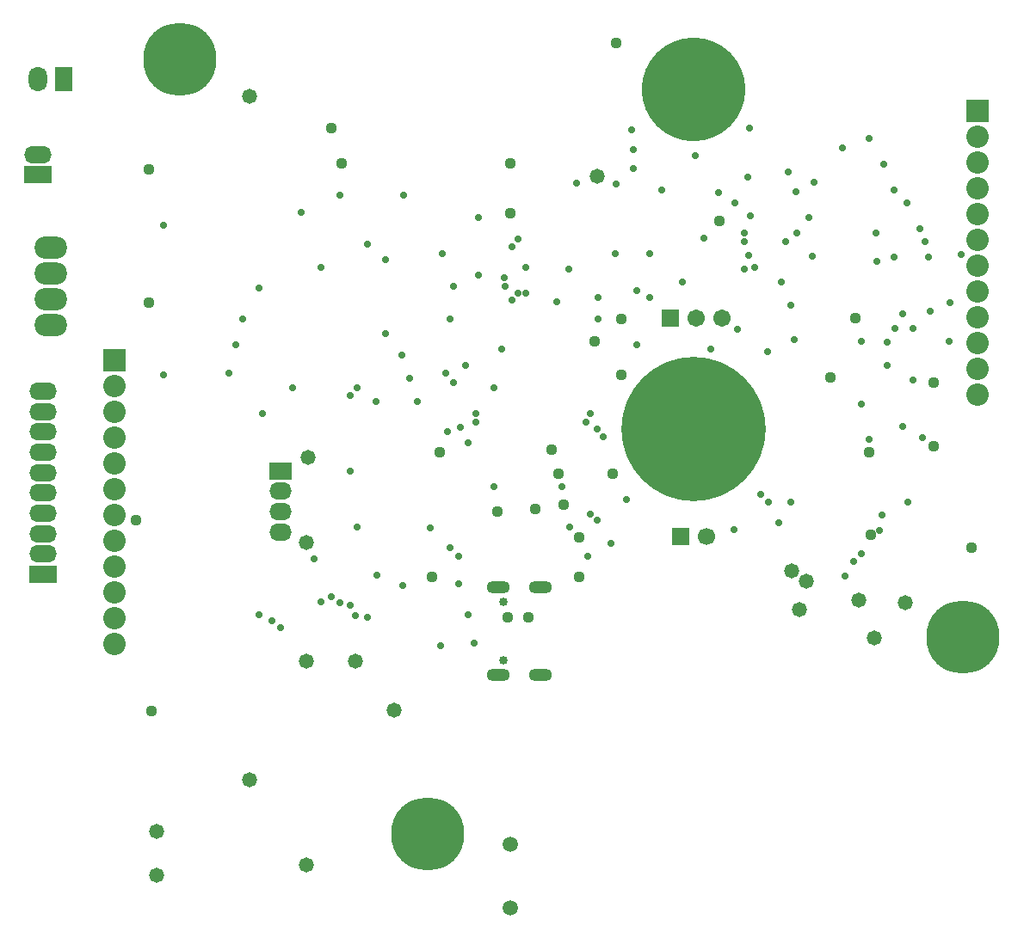
<source format=gbs>
G04*
G04 #@! TF.GenerationSoftware,Altium Limited,Altium Designer,22.7.1 (60)*
G04*
G04 Layer_Color=32639*
%FSLAX25Y25*%
%MOIN*%
G70*
G04*
G04 #@! TF.SameCoordinates,3A20C243-D036-4456-A015-6CD0820CEA74*
G04*
G04*
G04 #@! TF.FilePolarity,Negative*
G04*
G01*
G75*
%ADD109C,0.40170*%
%ADD110C,0.55918*%
%ADD111C,0.28359*%
%ADD112O,0.09068X0.04934*%
%ADD113C,0.03359*%
%ADD114O,0.08674X0.06706*%
%ADD115R,0.08674X0.06706*%
%ADD116C,0.06693*%
%ADD117R,0.06693X0.06693*%
%ADD118C,0.05918*%
%ADD119C,0.06706*%
%ADD120R,0.06706X0.06706*%
%ADD121O,0.12611X0.08674*%
%ADD122R,0.10642X0.06706*%
%ADD123O,0.10642X0.06706*%
%ADD124R,0.07099X0.09658*%
%ADD125O,0.07099X0.09658*%
%ADD126C,0.08674*%
%ADD127R,0.08674X0.08674*%
%ADD128C,0.02769*%
%ADD129C,0.04400*%
%ADD130C,0.05800*%
D109*
X266886Y322707D02*
D03*
D110*
X266885Y190943D02*
D03*
D111*
X68000Y334400D02*
D03*
X371252Y110201D02*
D03*
X164000Y34000D02*
D03*
D112*
X207598Y95492D02*
D03*
Y129508D02*
D03*
X191142Y95492D02*
D03*
Y129508D02*
D03*
D113*
X193110Y123878D02*
D03*
Y101122D02*
D03*
D114*
X107000Y158874D02*
D03*
Y166748D02*
D03*
Y151000D02*
D03*
D115*
Y174622D02*
D03*
D116*
X272000Y149400D02*
D03*
D117*
X262000D02*
D03*
D118*
X195905Y29803D02*
D03*
Y5197D02*
D03*
D119*
X278000Y234000D02*
D03*
X268000D02*
D03*
D120*
X258000D02*
D03*
D121*
X18000Y251400D02*
D03*
Y231400D02*
D03*
Y261400D02*
D03*
Y241400D02*
D03*
D122*
X13000Y289463D02*
D03*
X15000Y134626D02*
D03*
D123*
X13000Y297337D02*
D03*
X15000Y205492D02*
D03*
Y197618D02*
D03*
Y181870D02*
D03*
Y173996D02*
D03*
Y142500D02*
D03*
Y150374D02*
D03*
Y158248D02*
D03*
Y166122D02*
D03*
Y189744D02*
D03*
D124*
X23059Y326424D02*
D03*
D125*
X13059D02*
D03*
D126*
X42500Y207500D02*
D03*
Y197500D02*
D03*
Y187500D02*
D03*
Y177500D02*
D03*
Y167500D02*
D03*
Y157500D02*
D03*
Y147500D02*
D03*
Y137500D02*
D03*
Y127500D02*
D03*
Y117500D02*
D03*
Y107500D02*
D03*
X377000Y304400D02*
D03*
Y294400D02*
D03*
Y284400D02*
D03*
Y274400D02*
D03*
Y264400D02*
D03*
Y254400D02*
D03*
Y244400D02*
D03*
Y234400D02*
D03*
Y224400D02*
D03*
Y214400D02*
D03*
Y204400D02*
D03*
D127*
X42500Y217500D02*
D03*
X377000Y314400D02*
D03*
D128*
X100000Y197000D02*
D03*
X103500Y116500D02*
D03*
X98500Y119000D02*
D03*
X267500Y297000D02*
D03*
X254500Y283500D02*
D03*
X214000Y240400D02*
D03*
X218500Y253000D02*
D03*
X189500Y207000D02*
D03*
X165000Y152500D02*
D03*
X350000Y162500D02*
D03*
X325500Y134000D02*
D03*
X366100Y240000D02*
D03*
X366000Y225000D02*
D03*
X348000Y192000D02*
D03*
X332000Y200500D02*
D03*
Y225000D02*
D03*
X342000Y215500D02*
D03*
Y224500D02*
D03*
X358500Y236500D02*
D03*
X370500Y258500D02*
D03*
X352000Y230000D02*
D03*
X303500Y290500D02*
D03*
X243500Y292000D02*
D03*
X288000Y288500D02*
D03*
X306500Y283000D02*
D03*
X174000Y246400D02*
D03*
X355500Y187500D02*
D03*
X339000Y151500D02*
D03*
X358000Y257500D02*
D03*
X344500D02*
D03*
X192500Y222000D02*
D03*
X276500Y282500D02*
D03*
X262500Y248000D02*
D03*
X290500Y253500D02*
D03*
X119868Y140500D02*
D03*
X154378Y130400D02*
D03*
X144378Y134400D02*
D03*
X273500Y222000D02*
D03*
X283000Y278500D02*
D03*
X140500Y262500D02*
D03*
X144000Y201500D02*
D03*
X160000D02*
D03*
X157000Y210500D02*
D03*
X176000Y130800D02*
D03*
X332000Y142500D02*
D03*
X329000Y139500D02*
D03*
X111500Y207000D02*
D03*
X182000Y108010D02*
D03*
X179500Y119000D02*
D03*
X147500Y228000D02*
D03*
Y256500D02*
D03*
X286500Y253000D02*
D03*
X288144Y258356D02*
D03*
X313000Y258000D02*
D03*
X179500Y185500D02*
D03*
X176500Y191500D02*
D03*
X174000Y209000D02*
D03*
X189500Y168500D02*
D03*
X216000D02*
D03*
X241000Y163500D02*
D03*
X282500Y152000D02*
D03*
X338000Y256000D02*
D03*
X293000Y165500D02*
D03*
X232000Y188000D02*
D03*
X229500Y191000D02*
D03*
X335000Y187000D02*
D03*
X219000Y153000D02*
D03*
X225209Y193500D02*
D03*
X227000Y197000D02*
D03*
X296000Y162500D02*
D03*
X304456D02*
D03*
X300000Y154500D02*
D03*
X229500Y155600D02*
D03*
X182500Y197000D02*
D03*
Y193500D02*
D03*
X136500Y153000D02*
D03*
Y207000D02*
D03*
X126500Y126000D02*
D03*
X154000Y219500D02*
D03*
X226000Y141500D02*
D03*
X176000D02*
D03*
X172500Y145000D02*
D03*
X250000Y242000D02*
D03*
X230000D02*
D03*
X245000Y244600D02*
D03*
X172500Y233500D02*
D03*
X98500Y245500D02*
D03*
X89500Y223500D02*
D03*
X242914Y307000D02*
D03*
X243500Y299207D02*
D03*
X221504Y286081D02*
D03*
X237000Y286000D02*
D03*
X348000Y235500D02*
D03*
X193500Y249500D02*
D03*
X250000Y259000D02*
D03*
X286500Y267000D02*
D03*
Y263500D02*
D03*
X169500Y259000D02*
D03*
X171000Y212500D02*
D03*
X236500Y259000D02*
D03*
X183500Y250500D02*
D03*
Y273000D02*
D03*
X202000Y243500D02*
D03*
X196500Y241000D02*
D03*
X198900Y243600D02*
D03*
X194000Y246100D02*
D03*
X196500Y261500D02*
D03*
X302500Y263500D02*
D03*
X199000Y264500D02*
D03*
X202000Y253500D02*
D03*
X271000Y265000D02*
D03*
X284000Y229500D02*
D03*
X295500Y221000D02*
D03*
X335000Y303500D02*
D03*
X324500Y300000D02*
D03*
X307000Y267000D02*
D03*
X313500Y286586D02*
D03*
X288500Y307500D02*
D03*
X337500Y267000D02*
D03*
X171500Y190000D02*
D03*
X178500Y215500D02*
D03*
X301000Y248000D02*
D03*
X304500Y239000D02*
D03*
X340500Y293500D02*
D03*
X140500Y118000D02*
D03*
X122500Y124000D02*
D03*
X136000Y118500D02*
D03*
X134000Y204000D02*
D03*
Y174500D02*
D03*
Y122500D02*
D03*
X154500Y281500D02*
D03*
X130000D02*
D03*
Y123500D02*
D03*
X122500Y253500D02*
D03*
X169000Y107000D02*
D03*
X227000Y158000D02*
D03*
X107000Y114000D02*
D03*
X340000Y157500D02*
D03*
X345000Y230000D02*
D03*
X344500Y283500D02*
D03*
X92100Y233500D02*
D03*
X87000Y212500D02*
D03*
X115000Y275000D02*
D03*
X230000Y233500D02*
D03*
X289000Y273500D02*
D03*
X245000Y223500D02*
D03*
X311500Y273000D02*
D03*
X61500Y270000D02*
D03*
X61626Y211874D02*
D03*
X352000Y210000D02*
D03*
X354500Y268500D02*
D03*
X349500Y278500D02*
D03*
X356500Y263500D02*
D03*
X306000Y225500D02*
D03*
X235000Y146500D02*
D03*
D129*
X51000Y155500D02*
D03*
X57000Y81500D02*
D03*
X205500Y160000D02*
D03*
X195933Y274500D02*
D03*
X196000Y294000D02*
D03*
X320000Y211000D02*
D03*
X360000Y184259D02*
D03*
X335500Y150000D02*
D03*
X374500Y145000D02*
D03*
X212000Y183000D02*
D03*
X214500Y173500D02*
D03*
X165500Y133700D02*
D03*
X222500D02*
D03*
X335000Y182000D02*
D03*
X329500Y234000D02*
D03*
X235500Y173500D02*
D03*
X222500Y149000D02*
D03*
X126500Y307500D02*
D03*
X237000Y340500D02*
D03*
X130500Y294000D02*
D03*
X56000Y291500D02*
D03*
X168500Y182000D02*
D03*
X277000Y271500D02*
D03*
X216500Y161500D02*
D03*
X239000Y212000D02*
D03*
Y233500D02*
D03*
X56000Y239828D02*
D03*
X360000Y209000D02*
D03*
X228500Y225000D02*
D03*
X191000Y159000D02*
D03*
X203000Y118000D02*
D03*
X195000D02*
D03*
D130*
X337000Y110000D02*
D03*
X331000Y124500D02*
D03*
X117500Y180000D02*
D03*
X310500Y132000D02*
D03*
X308000Y121000D02*
D03*
X349000Y123500D02*
D03*
X305000Y136000D02*
D03*
X229500Y289000D02*
D03*
X117000Y147000D02*
D03*
X59000Y18000D02*
D03*
X136000Y101000D02*
D03*
X95000Y320000D02*
D03*
Y55000D02*
D03*
X151000Y82000D02*
D03*
X117000Y101000D02*
D03*
Y22000D02*
D03*
X59000Y35000D02*
D03*
M02*

</source>
